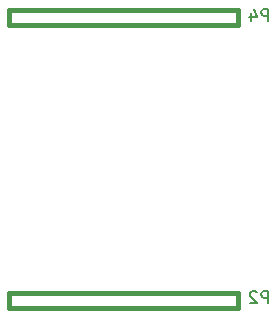
<source format=gbo>
G04 (created by PCBNEW-RS274X (2011-aug-04)-testing) date Tue 12 Feb 2013 03:11:26 PM PST*
G01*
G70*
G90*
%MOIN*%
G04 Gerber Fmt 3.4, Leading zero omitted, Abs format*
%FSLAX34Y34*%
G04 APERTURE LIST*
%ADD10C,0.006000*%
%ADD11C,0.015000*%
%ADD12C,0.008000*%
G04 APERTURE END LIST*
G54D10*
G54D11*
X22449Y-31074D02*
X22449Y-31274D01*
X22449Y-31274D02*
X30049Y-31274D01*
X30049Y-31274D02*
X30099Y-31274D01*
X30099Y-31274D02*
X30099Y-30774D01*
X30099Y-30774D02*
X22449Y-30774D01*
X22449Y-30774D02*
X22449Y-31024D01*
X22449Y-31024D02*
X22449Y-31174D01*
X22449Y-21625D02*
X22449Y-21825D01*
X22449Y-21825D02*
X30049Y-21825D01*
X30049Y-21825D02*
X30099Y-21825D01*
X30099Y-21825D02*
X30099Y-21325D01*
X30099Y-21325D02*
X22449Y-21325D01*
X22449Y-21325D02*
X22449Y-21575D01*
X22449Y-21575D02*
X22449Y-21725D01*
G54D12*
X31095Y-31110D02*
X31095Y-30710D01*
X30942Y-30710D01*
X30904Y-30729D01*
X30885Y-30748D01*
X30866Y-30786D01*
X30866Y-30843D01*
X30885Y-30881D01*
X30904Y-30900D01*
X30942Y-30919D01*
X31095Y-30919D01*
X30714Y-30748D02*
X30695Y-30729D01*
X30657Y-30710D01*
X30561Y-30710D01*
X30523Y-30729D01*
X30504Y-30748D01*
X30485Y-30786D01*
X30485Y-30824D01*
X30504Y-30881D01*
X30733Y-31110D01*
X30485Y-31110D01*
X31095Y-21712D02*
X31095Y-21312D01*
X30942Y-21312D01*
X30904Y-21331D01*
X30885Y-21350D01*
X30866Y-21388D01*
X30866Y-21445D01*
X30885Y-21483D01*
X30904Y-21502D01*
X30942Y-21521D01*
X31095Y-21521D01*
X30523Y-21445D02*
X30523Y-21712D01*
X30619Y-21293D02*
X30714Y-21579D01*
X30466Y-21579D01*
M02*

</source>
